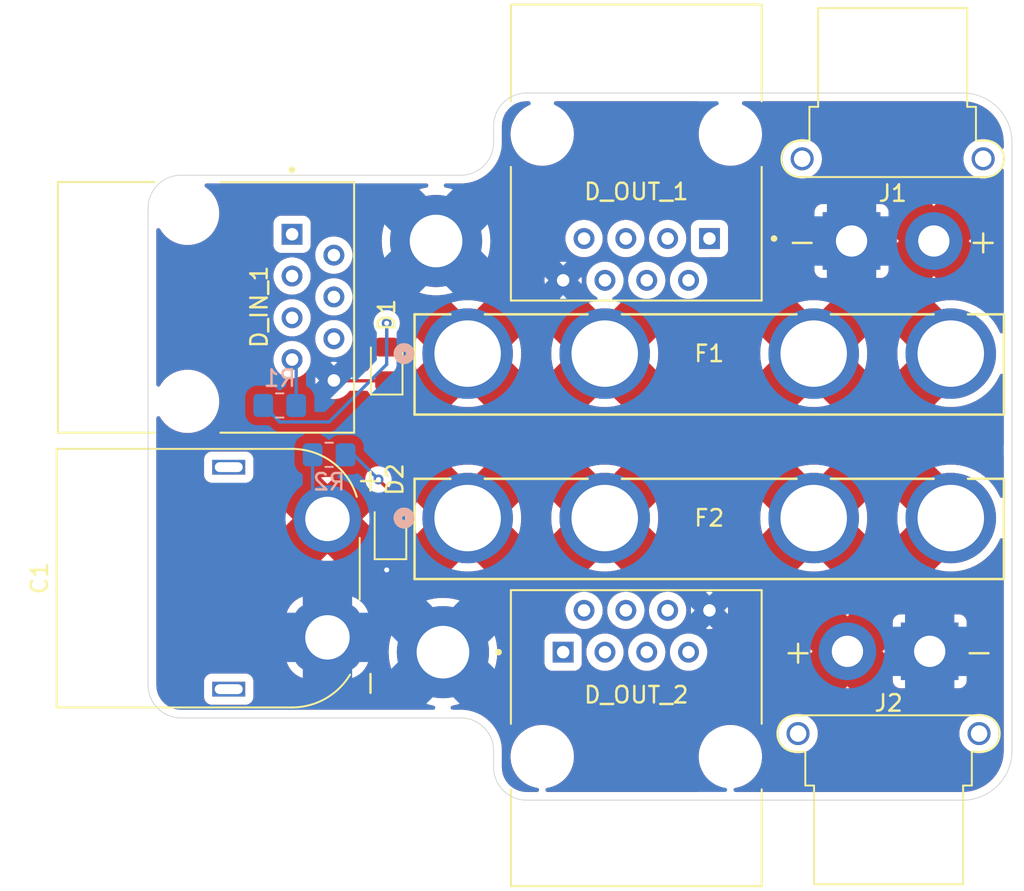
<source format=kicad_pcb>
(kicad_pcb (version 20240108) (generator "pcbnew") (generator_version "8.0")
  (layers (0 "F.Cu" signal) (1 "In1.Cu" signal) (2 "In2.Cu" signal) (31 "B.Cu" signal) (34 "B.Paste" user) (35 "F.Paste" user) (36 "B.SilkS" user "B.Silkscreen") (37 "F.SilkS" user "F.Silkscreen") (38 "B.Mask" user) (39 "F.Mask" user) (44 "Edge.Cuts" user))
  (net 0 "")
  (net 1 "CANL")
  (net 2 "+5V")
  (net 3 "CANH")
  (net 4 "+24V")
  (net 5 "GND")
  (net 6 "Net-(D1-A)")
  (net 7 "Net-(D2-A)")
  (net 20 "Net-(J1-+)")
  (net 21 "Net-(J2-+)")
  (footprint "LED_SMD:LED_0805_2012Metric_Pad1.15x1.40mm_HandSolder" (layer "F.Cu") (at 49.8975 41.87 90)
    (property "Reference" "D1" (at 2.975 0 -90) (layer "F.SilkS"))
    (property "Value" "B")
    (fp_line (start 1 -0.96) (end -1.86 -0.96) (stroke (width 0.12)) (layer "F.SilkS"))
    (fp_line (start -1.86 -0.96) (end -1.86 0.96) (stroke (width 0.12)) (layer "F.SilkS"))
    (fp_line (start -1.86 0.96) (end 1 0.96) (stroke (width 0.12)) (layer "F.SilkS"))
    (pad "1" smd roundrect (at -1.025 0 90) (size 1.15 1.4) (layers "F.Cu" "F.Paste" "F.Mask") (roundrect_rratio 0.217391) (net 5 "GND"))
    (pad "2" smd roundrect (at 1.025 0 90) (size 1.15 1.4) (layers "F.Cu" "F.Paste" "F.Mask") (roundrect_rratio 0.217391) (net 6 "Net-(D1-A)"))
  )
  (footprint "Connector_AMASS:AMASS_XT60PW-M_1x02_P7.20mm_Horizontal" (layer "F.Cu") (at 46.2975 58.495 90)
    (property "Reference" "C1" (at 3.6 -17.5 -90) (layer "F.SilkS"))
    (property "Value" "XT60PW-M")
    (fp_line (start 11.46 -16.46) (end 11.46 -2.15) (stroke (width 0.12)) (layer "F.SilkS"))
    (fp_line (start -4.26 -16.46) (end 11.46 -16.46) (stroke (width 0.12)) (layer "F.SilkS"))
    (fp_line (start -4.26 -16.46) (end -4.26 -2.15) (stroke (width 0.12)) (layer "F.SilkS"))
    (fp_line (start 2.31 1.96) (end 6.05 1.96) (stroke (width 0.12)) (layer "F.SilkS"))
    (fp_arc (start 11.46 -2.15) (mid 10.653852 0.294722) (end 8.551648 1.780413) (stroke (width 0.12)) (layer "F.SilkS"))
    (fp_arc (start -2.266806 1.372958) (mid -3.727162 -0.126139) (end -4.26 -2.15) (stroke (width 0.12)) (layer "F.SilkS"))
    (fp_text user "+" (at 9.5 2.5 -90) (layer "F.SilkS") (effects (font (size 1.5 1.5))))
    (fp_text user "-" (at -2.8 2.5 -90) (layer "F.SilkS") (effects (font (size 1.5 1.5))))
    (pad "" thru_hole rect (at -3.15 -6 90) (size 0.9 2) (drill oval 0.6 1.7) (layers "*.Cu" "*.Mask"))
    (pad "" thru_hole rect (at 10.35 -6 90) (size 0.9 2) (drill oval 0.6 1.7) (layers "*.Cu" "*.Mask"))
    (pad "1" thru_hole roundrect (at 0 0 90) (size 4.1 4.1) (drill 2.7) (layers "*.Cu" "*.Mask") (net 5 "GND"))
    (pad "2" thru_hole circle (at 7.2 0 90) (size 4.1 4.1) (drill 2.7) (layers "*.Cu" "*.Mask") (net 4 "+24V"))
  )
  (footprint "MountingHole:MountingHole_3.2mm_M3_DIN965_Pad_TopBottom" (layer "F.Cu") (at 53.3163 59.395)
    (property "Reference" "H2" (hide yes))
    (property "Value" "MountingHole_Pad")
    (pad "1" thru_hole circle (at 0 0) (size 3.6 3.6) (drill 3.2) (layers "*.Cu" "*.Mask") (net 5 "GND"))
    (pad "1" connect circle (at 0 0) (size 5.6 5.6) (layers "F.Cu" "F.Mask") (net 5 "GND"))
    (pad "1" connect circle (at 0 0) (size 5.6 5.6) (layers "B.Cu" "B.Mask") (net 5 "GND"))
  )
  (footprint "54601-908WPLF:AMPHENOL_54601-908WPLF" (layer "F.Cu") (at 37.7975 38.429 -90)
    (property "Reference" "D_IN_1" (at -0.034 -4.35 90) (layer "F.SilkS"))
    (property "Value" "RJ45")
    (fp_line (start -7.62 7.88) (end 7.62 7.88) (stroke (width 0.127)) (layer "F.SilkS"))
    (fp_line (start -7.62 7.88) (end -7.62 1.995) (stroke (width 0.127)) (layer "F.SilkS"))
    (fp_line (start 7.62 7.88) (end 7.62 1.995) (stroke (width 0.127)) (layer "F.SilkS"))
    (fp_line (start 7.62 -1.995) (end 7.62 -10.12) (stroke (width 0.127)) (layer "F.SilkS"))
    (fp_line (start -7.62 -10.12) (end -7.62 -1.995) (stroke (width 0.127)) (layer "F.SilkS"))
    (fp_line (start 7.62 -10.12) (end -7.62 -10.12) (stroke (width 0.127)) (layer "F.SilkS"))
    (fp_circle (center -8.37 -6.35) (end -8.27 -6.35) (stroke (width 0.2)) (fill none) (layer "F.SilkS"))
    (pad "" np_thru_hole circle (at -5.716 0 270) (size 3.35 3.35) (drill 3.35) (layers "*.Cu" "*.Mask"))
    (pad "" np_thru_hole circle (at 5.716 0 270) (size 3.35 3.35) (drill 3.35) (layers "*.Cu" "*.Mask"))
    (pad "1" thru_hole rect (at -4.445 -6.35 270) (size 1.268 1.268) (drill 0.76) (layers "*.Cu" "*.Mask") (net 3 "CANH"))
    (pad "2" thru_hole circle (at -3.175 -8.89 270) (size 1.268 1.268) (drill 0.76) (layers "*.Cu" "*.Mask") (net 1 "CANL"))
    (pad "3" thru_hole circle (at -1.905 -6.35 270) (size 1.268 1.268) (drill 0.76) (layers "*.Cu" "*.Mask"))
    (pad "4" thru_hole circle (at -0.635 -8.89 270) (size 1.268 1.268) (drill 0.76) (layers "*.Cu" "*.Mask"))
    (pad "5" thru_hole circle (at 0.635 -6.35 270) (size 1.268 1.268) (drill 0.76) (layers "*.Cu" "*.Mask"))
    (pad "6" thru_hole circle (at 1.905 -8.89 270) (size 1.268 1.268) (drill 0.76) (layers "*.Cu" "*.Mask"))
    (pad "7" thru_hole circle (at 3.175 -6.35 270) (size 1.268 1.268) (drill 0.76) (layers "*.Cu" "*.Mask") (net 2 "+5V"))
    (pad "8" thru_hole circle (at 4.445 -8.89 270) (size 1.268 1.268) (drill 0.76) (layers "*.Cu" "*.Mask") (net 5 "GND"))
  )
  (footprint "54601-908WPLF:AMPHENOL_54601-908WPLF" (layer "F.Cu") (at 65.0663 65.745)
    (property "Reference" "D_OUT_2" (at 0 -3.75 0) (layer "F.SilkS"))
    (property "Value" "RJ45")
    (fp_line (start -7.62 -10.12) (end -7.62 -1.995) (stroke (width 0.127)) (layer "F.SilkS"))
    (fp_line (start -7.62 7.88) (end -7.62 1.995) (stroke (width 0.127)) (layer "F.SilkS"))
    (fp_line (start -7.62 7.88) (end 7.62 7.88) (stroke (width 0.127)) (layer "F.SilkS"))
    (fp_line (start 7.62 -10.12) (end -7.62 -10.12) (stroke (width 0.127)) (layer "F.SilkS"))
    (fp_line (start 7.62 -1.995) (end 7.62 -10.12) (stroke (width 0.127)) (layer "F.SilkS"))
    (fp_line (start 7.62 7.88) (end 7.62 1.995) (stroke (width 0.127)) (layer "F.SilkS"))
    (fp_circle (center -8.37 -6.35) (end -8.27 -6.35) (stroke (width 0.2)) (fill none) (layer "F.SilkS"))
    (pad "" np_thru_hole circle (at -5.716 0) (size 3.35 3.35) (drill 3.35) (layers "*.Cu" "*.Mask"))
    (pad "" np_thru_hole circle (at 5.716 0) (size 3.35 3.35) (drill 3.35) (layers "*.Cu" "*.Mask"))
    (pad "1" thru_hole rect (at -4.445 -6.35) (size 1.268 1.268) (drill 0.76) (layers "*.Cu" "*.Mask") (net 3 "CANH"))
    (pad "2" thru_hole circle (at -3.175 -8.89) (size 1.268 1.268) (drill 0.76) (layers "*.Cu" "*.Mask") (net 1 "CANL"))
    (pad "3" thru_hole circle (at -1.905 -6.35) (size 1.268 1.268) (drill 0.76) (layers "*.Cu" "*.Mask"))
    (pad "4" thru_hole circle (at -0.635 -8.89) (size 1.268 1.268) (drill 0.76) (layers "*.Cu" "*.Mask"))
    (pad "5" thru_hole circle (at 0.635 -6.35) (size 1.268 1.268) (drill 0.76) (layers "*.Cu" "*.Mask"))
    (pad "6" thru_hole circle (at 1.905 -8.89) (size 1.268 1.268) (drill 0.76) (layers "*.Cu" "*.Mask"))
    (pad "7" thru_hole circle (at 3.175 -6.35) (size 1.268 1.268) (drill 0.76) (layers "*.Cu" "*.Mask") (net 2 "+5V"))
    (pad "8" thru_hole circle (at 4.445 -8.89) (size 1.268 1.268) (drill 0.76) (layers "*.Cu" "*.Mask") (net 5 "GND"))
  )
  (footprint "54601-908WPLF:AMPHENOL_54601-908WPLF" (layer "F.Cu") (at 65.0663 27.895 180)
    (property "Reference" "D_OUT_1" (at 0 -3.5 180) (layer "F.SilkS"))
    (property "Value" "RJ45")
    (fp_line (start 7.62 7.88) (end 7.62 1.995) (stroke (width 0.127)) (layer "F.SilkS"))
    (fp_line (start 7.62 -1.995) (end 7.62 -10.12) (stroke (width 0.127)) (layer "F.SilkS"))
    (fp_line (start 7.62 -10.12) (end -7.62 -10.12) (stroke (width 0.127)) (layer "F.SilkS"))
    (fp_line (start -7.62 7.88) (end 7.62 7.88) (stroke (width 0.127)) (layer "F.SilkS"))
    (fp_line (start -7.62 7.88) (end -7.62 1.995) (stroke (width 0.127)) (layer "F.SilkS"))
    (fp_line (start -7.62 -10.12) (end -7.62 -1.995) (stroke (width 0.127)) (layer "F.SilkS"))
    (fp_circle (center -8.37 -6.35) (end -8.27 -6.35) (stroke (width 0.2)) (fill none) (layer "F.SilkS"))
    (pad "" np_thru_hole circle (at -5.716 0 180) (size 3.35 3.35) (drill 3.35) (layers "*.Cu" "*.Mask"))
    (pad "" np_thru_hole circle (at 5.716 0 180) (size 3.35 3.35) (drill 3.35) (layers "*.Cu" "*.Mask"))
    (pad "1" thru_hole rect (at -4.445 -6.35 180) (size 1.268 1.268) (drill 0.76) (layers "*.Cu" "*.Mask") (net 3 "CANH"))
    (pad "2" thru_hole circle (at -3.175 -8.89 180) (size 1.268 1.268) (drill 0.76) (layers "*.Cu" "*.Mask") (net 1 "CANL"))
    (pad "3" thru_hole circle (at -1.905 -6.35 180) (size 1.268 1.268) (drill 0.76) (layers "*.Cu" "*.Mask"))
    (pad "4" thru_hole circle (at -0.635 -8.89 180) (size 1.268 1.268) (drill 0.76) (layers "*.Cu" "*.Mask"))
    (pad "5" thru_hole circle (at 0.635 -6.35 180) (size 1.268 1.268) (drill 0.76) (layers "*.Cu" "*.Mask"))
    (pad "6" thru_hole circle (at 1.905 -8.89 180) (size 1.268 1.268) (drill 0.76) (layers "*.Cu" "*.Mask"))
    (pad "7" thru_hole circle (at 3.175 -6.35 180) (size 1.268 1.268) (drill 0.76) (layers "*.Cu" "*.Mask") (net 2 "+5V"))
    (pad "8" thru_hole circle (at 4.445 -8.89 180) (size 1.268 1.268) (drill 0.76) (layers "*.Cu" "*.Mask") (net 5 "GND"))
  )
  (footprint "LED_SMD:LED_0805_2012Metric_Pad1.15x1.40mm_HandSolder" (layer "F.Cu") (at 50.126745 51.883323 90)
    (property "Reference" "D2" (at 2.988323 0.270755 -90) (layer "F.SilkS"))
    (property "Value" "R")
    (fp_line (start 1 -0.96) (end -1.86 -0.96) (stroke (width 0.12)) (layer "F.SilkS"))
    (fp_line (start -1.86 -0.96) (end -1.86 0.96) (stroke (width 0.12)) (layer "F.SilkS"))
    (fp_line (start -1.86 0.96) (end 1 0.96) (stroke (width 0.12)) (layer "F.SilkS"))
    (pad "1" smd roundrect (at -1.025 0 90) (size 1.15 1.4) (layers "F.Cu" "F.Paste" "F.Mask") (roundrect_rratio 0.217391) (net 5 "GND"))
    (pad "2" smd roundrect (at 1.025 0 90) (size 1.15 1.4) (layers "F.Cu" "F.Paste" "F.Mask") (roundrect_rratio 0.217391) (net 7 "Net-(D2-A)"))
  )
  (footprint "Connector_AMASS:AMASS_XT30PW-F_1x02_P2.50mm_Horizontal" (layer "F.Cu") (at 82.8975 59.345 180)
    (property "Reference" "J2" (at 2.5 -3.15 180) (layer "F.SilkS"))
    (property "Value" "XT30PW-F")
    (fp_line (start 7.56 -6.11) (end 8.26 -6.11) (stroke (width 0.12)) (layer "F.SilkS"))
    (fp_line (start 7.56 -8.16) (end 7.56 -6.11) (stroke (width 0.12)) (layer "F.SilkS"))
    (fp_line (start 7.03 -8.16) (end 7.56 -8.16) (stroke (width 0.12)) (layer "F.SilkS"))
    (fp_line (start 7.03 -14.16) (end 7.03 -8.16) (stroke (width 0.12)) (layer "F.SilkS"))
    (fp_line (start -2.03 -14.16) (end 7 -14.16) (stroke (width 0.12)) (layer "F.SilkS"))
    (fp_line (start -2.03 -14.16) (end -2.03 -8.16) (stroke (width 0.12)) (layer "F.SilkS"))
    (fp_line (start -2.56 -8.16) (end -2.03 -8.16) (stroke (width 0.12)) (layer "F.SilkS"))
    (fp_line (start -2.56 -8.16) (end -2.56 -6.11) (stroke (width 0.12)) (layer "F.SilkS"))
    (fp_line (start -3.26 -3.89) (end 8.26 -3.89) (stroke (width 0.12)) (layer "F.SilkS"))
    (fp_line (start -3.26 -6.11) (end -2.56 -6.11) (stroke (width 0.12)) (layer "F.SilkS"))
    (fp_arc (start 8.15 -6.11) (mid 9.26 -5) (end 8.15 -3.89) (stroke (width 0.12)) (layer "F.SilkS"))
    (fp_arc (start -3.321729 -3.903365) (mid -4.256653 -5.086124) (end -3.15 -6.11) (stroke (width 0.12)) (layer "F.SilkS"))
    (fp_text user "-" (at -3 0 180) (layer "F.SilkS") (effects (font (size 1.5 1.5))))
    (fp_text user "+" (at 8 0 180) (layer "F.SilkS") (effects (font (size 1.5 1.5))))
    (pad "" thru_hole circle (at -3 -5 270) (size 1.4 1.4) (drill 1) (layers "*.Cu" "*.Mask"))
    (pad "" thru_hole circle (at 8 -5 180) (size 1.4 1.4) (drill 1) (layers "*.Cu" "*.Mask"))
    (pad "1" thru_hole rect (at 0 0 180) (size 3.5 3.5) (drill 1.9) (layers "*.Cu" "*.Mask") (net 5 "GND"))
    (pad "2" thru_hole circle (at 5 0 180) (size 3.5 3.5) (drill 1.9) (layers "*.Cu" "*.Mask") (net 21 "Net-(J2-+)"))
  )
  (footprint "Connector_AMASS:AMASS_XT30PW-F_1x02_P2.50mm_Horizontal" (layer "F.Cu") (at 78.1475 34.395)
    (property "Reference" "J1" (at 2.5 -2.9 0) (layer "F.SilkS"))
    (property "Value" "XT30PW-F")
    (fp_line (start -3.26 -6.11) (end -2.56 -6.11) (stroke (width 0.12)) (layer "F.SilkS"))
    (fp_line (start -3.26 -3.89) (end 8.26 -3.89) (stroke (width 0.12)) (layer "F.SilkS"))
    (fp_line (start -2.56 -8.16) (end -2.56 -6.11) (stroke (width 0.12)) (layer "F.SilkS"))
    (fp_line (start -2.56 -8.16) (end -2.03 -8.16) (stroke (width 0.12)) (layer "F.SilkS"))
    (fp_line (start -2.03 -14.16) (end -2.03 -8.16) (stroke (width 0.12)) (layer "F.SilkS"))
    (fp_line (start -2.03 -14.16) (end 7 -14.16) (stroke (width 0.12)) (layer "F.SilkS"))
    (fp_line (start 7.03 -14.16) (end 7.03 -8.16) (stroke (width 0.12)) (layer "F.SilkS"))
    (fp_line (start 7.03 -8.16) (end 7.56 -8.16) (stroke (width 0.12)) (layer "F.SilkS"))
    (fp_line (start 7.56 -8.16) (end 7.56 -6.11) (stroke (width 0.12)) (layer "F.SilkS"))
    (fp_line (start 7.56 -6.11) (end 8.26 -6.11) (stroke (width 0.12)) (layer "F.SilkS"))
    (fp_arc (start -3.321729 -3.903365) (mid -4.256653 -5.086124) (end -3.15 -6.11) (stroke (width 0.12)) (layer "F.SilkS"))
    (fp_arc (start 8.15 -6.11) (mid 9.26 -5) (end 8.15 -3.89) (stroke (width 0.12)) (layer "F.SilkS"))
    (fp_text user "-" (at -3 0 0) (layer "F.SilkS") (effects (font (size 1.5 1.5))))
    (fp_text user "+" (at 8 0 0) (layer "F.SilkS") (effects (font (size 1.5 1.5))))
    (pad "" thru_hole circle (at -3 -5 90) (size 1.4 1.4) (drill 1) (layers "*.Cu" "*.Mask"))
    (pad "" thru_hole circle (at 8 -5) (size 1.4 1.4) (drill 1) (layers "*.Cu" "*.Mask"))
    (pad "1" thru_hole rect (at 0 0) (size 3.5 3.5) (drill 1.9) (layers "*.Cu" "*.Mask") (net 5 "GND"))
    (pad "2" thru_hole circle (at 5 0) (size 3.5 3.5) (drill 1.9) (layers "*.Cu" "*.Mask") (net 20 "Net-(J1-+)"))
  )
  (footprint "3555-2:3555-2_KEY" (layer "F.Cu") (at 54.8163 41.24095)
    (property "Reference" "F1" (at 14.6812 0 0) (layer "F.SilkS"))
    (property "Value" "3555-2")
    (fp_circle (center -3.8608 0) (end -3.4798 0) (stroke (width 0.508)) (fill none) (layer "B.SilkS"))
    (fp_line (start -3.2258 -2.3876) (end -3.2258 3.7084) (stroke (width 0.1524)) (layer "F.SilkS"))
    (fp_line (start -3.2258 3.7084) (end 32.5882 3.7084) (stroke (width 0.1524)) (layer "F.SilkS"))
    (fp_line (start -1.044419 -2.3876) (end -3.2258 -2.3876) (stroke (width 0.1524)) (layer "F.SilkS"))
    (fp_line (start 7.286781 -2.3876) (end 1.044419 -2.3876) (stroke (width 0.1524)) (layer "F.SilkS"))
    (fp_line (start 19.986781 -2.3876) (end 9.375619 -2.3876) (stroke (width 0.1524)) (layer "F.SilkS"))
    (fp_line (start 28.317981 -2.3876) (end 22.075619 -2.3876) (stroke (width 0.1524)) (layer "F.SilkS"))
    (fp_line (start 32.5882 -2.3876) (end 30.406819 -2.3876) (stroke (width 0.1524)) (layer "F.SilkS"))
    (fp_line (start 32.5882 3.7084) (end 32.5882 -2.3876) (stroke (width 0.1524)) (layer "F.SilkS"))
    (fp_circle (center -3.8608 0) (end -3.4798 0) (stroke (width 0.508)) (fill none) (layer "F.SilkS"))
    (pad "1" thru_hole circle (at 0 0) (size 5.5 4.5466) (drill 4.0386) (layers "*.Cu" "*.Mask") (net 4 "+24V"))
    (pad "2" thru_hole circle (at 8.3312 0) (size 5.5 4.5466) (drill 4.0386) (layers "*.Cu" "*.Mask") (net 4 "+24V"))
    (pad "3" thru_hole circle (at 29.3624 0) (size 5.5 4.5466) (drill 4.0386) (layers "*.Cu" "*.Mask") (net 20 "Net-(J1-+)"))
    (pad "4" thru_hole circle (at 21.0312 0) (size 5.5 4.5466) (drill 4.0386) (layers "*.Cu" "*.Mask") (net 20 "Net-(J1-+)"))
  )
  (footprint "MountingHole:MountingHole_3.2mm_M3_DIN965_Pad_TopBottom" (layer "F.Cu") (at 52.8975 34.395)
    (property "Reference" "H1" (hide yes))
    (property "Value" "MountingHole_Pad")
    (pad "1" thru_hole circle (at 0 0) (size 3.6 3.6) (drill 3.2) (layers "*.Cu" "*.Mask") (net 5 "GND"))
    (pad "1" connect circle (at 0 0) (size 5.6 5.6) (layers "F.Cu" "F.Mask") (net 5 "GND"))
    (pad "1" connect circle (at 0 0) (size 5.6 5.6) (layers "B.Cu" "B.Mask") (net 5 "GND"))
  )
  (footprint "3555-2:3555-2_KEY" (layer "F.Cu") (at 54.8163 51.24095)
    (property "Reference" "F2" (at 14.6812 0 0) (layer "F.SilkS"))
    (property "Value" "3555-2")
    (fp_circle (center -3.8608 0) (end -3.4798 0) (stroke (width 0.508)) (fill none) (layer "B.SilkS"))
    (fp_line (start -3.2258 -2.3876) (end -3.2258 3.7084) (stroke (width 0.1524)) (layer "F.SilkS"))
    (fp_line (start -3.2258 3.7084) (end 32.5882 3.7084) (stroke (width 0.1524)) (layer "F.SilkS"))
    (fp_line (start -1.044419 -2.3876) (end -3.2258 -2.3876) (stroke (width 0.1524)) (layer "F.SilkS"))
    (fp_line (start 7.286781 -2.3876) (end 1.044419 -2.3876) (stroke (width 0.1524)) (layer "F.SilkS"))
    (fp_line (start 19.986781 -2.3876) (end 9.375619 -2.3876) (stroke (width 0.1524)) (layer "F.SilkS"))
    (fp_line (start 28.317981 -2.3876) (end 22.075619 -2.3876) (stroke (width 0.1524)) (layer "F.SilkS"))
    (fp_line (start 32.5882 -2.3876) (end 30.406819 -2.3876) (stroke (width 0.1524)) (layer "F.SilkS"))
    (fp_line (start 32.5882 3.7084) (end 32.5882 -2.3876) (stroke (width 0.1524)) (layer "F.SilkS"))
    (fp_circle (center -3.8608 0) (end -3.4798 0) (stroke (width 0.508)) (fill none) (layer "F.SilkS"))
    (pad "1" thru_hole circle (at 0 0) (size 5.5 4.5466) (drill 4.0386) (layers "*.Cu" "*.Mask") (net 4 "+24V"))
    (pad "2" thru_hole circle (at 8.3312 0) (size 5.5 4.5466) (drill 4.0386) (layers "*.Cu" "*.Mask") (net 4 "+24V"))
    (pad "3" thru_hole circle (at 29.3624 0) (size 5.5 4.5466) (drill 4.0386) (layers "*.Cu" "*.Mask") (net 21 "Net-(J2-+)"))
    (pad "4" thru_hole circle (at 21.0312 0) (size 5.5 4.5466) (drill 4.0386) (layers "*.Cu" "*.Mask") (net 21 "Net-(J2-+)"))
  )
  (footprint "Resistor_SMD:R_0805_2012Metric_Pad1.20x1.40mm_HandSolder" (layer "B.Cu") (at 46.3975 47.395)
    (property "Reference" "R2" (at 0 1.65 0) (layer "B.SilkS") (effects (justify mirror)))
    (property "Value" "10k")
    (fp_line (start 0.227064 -0.735) (end -0.227064 -0.735) (stroke (width 0.12)) (layer "B.SilkS"))
    (fp_line (start 0.227064 0.735) (end -0.227064 0.735) (stroke (width 0.12)) (layer "B.SilkS"))
    (pad "1" smd roundrect (at -1 0) (size 1.2 1.4) (layers "B.Cu" "B.Paste" "B.Mask") (roundrect_rratio 0.208333) (net 4 "+24V"))
    (pad "2" smd roundrect (at 1 0) (size 1.2 1.4) (layers "B.Cu" "B.Paste" "B.Mask") (roundrect_rratio 0.208333) (net 7 "Net-(D2-A)"))
  )
  (footprint "Resistor_SMD:R_0805_2012Metric_Pad1.20x1.40mm_HandSolder" (layer "B.Cu") (at 43.3975 44.395 180)
    (property "Reference" "R1" (at 0 1.65 180) (layer "B.SilkS") (effects (justify mirror)))
    (property "Value" "10k")
    (fp_line (start 0.227064 0.735) (end -0.227064 0.735) (stroke (width 0.12)) (layer "B.SilkS"))
    (fp_line (start 0.227064 -0.735) (end -0.227064 -0.735) (stroke (width 0.12)) (layer "B.SilkS"))
    (pad "1" smd roundrect (at -1 0 180) (size 1.2 1.4) (layers "B.Cu" "B.Paste" "B.Mask") (roundrect_rratio 0.208333) (net 2 "+5V"))
    (pad "2" smd roundrect (at 1 0 180) (size 1.2 1.4) (layers "B.Cu" "B.Paste" "B.Mask") (roundrect_rratio 0.208333) (net 6 "Net-(D1-A)"))
  )
  (gr_line (start 35.3975 61.395) (end 35.3975 46.895) (stroke (width 0.05)) (layer "Edge.Cuts"))
  (gr_line (start 56.3975 27.395) (end 56.3975 28.395) (stroke (width 0.05)) (layer "Edge.Cuts"))
  (gr_line (start 56.3975 65.395) (end 56.3975 66.395) (stroke (width 0.05)) (layer "Edge.Cuts"))
  (gr_arc (start 56.3975 28.395) (mid 55.811714 29.809214) (end 54.3975 30.395) (stroke (width 0.05)) (layer "Edge.Cuts"))
  (gr_arc (start 58.3975 68.395) (mid 56.983286 67.809214) (end 56.3975 66.395) (stroke (width 0.05)) (layer "Edge.Cuts"))
  (gr_arc (start 87.8975 65.395) (mid 87.01882 67.51632) (end 84.8975 68.395) (stroke (width 0.05)) (layer "Edge.Cuts"))
  (gr_line (start 58.3975 68.395) (end 84.8975 68.395) (stroke (width 0.05)) (layer "Edge.Cuts"))
  (gr_line (start 37.3975 63.395) (end 54.3975 63.395) (stroke (width 0.05)) (layer "Edge.Cuts"))
  (gr_line (start 87.8975 46.895) (end 87.8975 65.395) (stroke (width 0.05)) (layer "Edge.Cuts"))
  (gr_line (start 87.8975 46.895) (end 87.8975 28.395) (stroke (width 0.05)) (layer "Edge.Cuts"))
  (gr_line (start 37.3975 30.395) (end 54.3975 30.395) (stroke (width 0.05)) (layer "Edge.Cuts"))
  (gr_line (start 58.3975 25.395) (end 84.8975 25.395) (stroke (width 0.05)) (layer "Edge.Cuts"))
  (gr_arc (start 35.3975 32.395) (mid 35.983286 30.980786) (end 37.3975 30.395) (stroke (width 0.05)) (layer "Edge.Cuts"))
  (gr_arc (start 37.3975 63.395) (mid 35.983286 62.809214) (end 35.3975 61.395) (stroke (width 0.05)) (layer "Edge.Cuts"))
  (gr_arc (start 56.3975 27.395) (mid 56.983286 25.980786) (end 58.3975 25.395) (stroke (width 0.05)) (layer "Edge.Cuts"))
  (gr_arc (start 84.8975 25.395) (mid 87.01882 26.27368) (end 87.8975 28.395) (stroke (width 0.05)) (layer "Edge.Cuts"))
  (gr_arc (start 54.3975 63.395) (mid 55.811714 63.980786) (end 56.3975 65.395) (stroke (width 0.05)) (layer "Edge.Cuts"))
  (gr_line (start 35.3975 32.395) (end 35.3975 46.895) (stroke (width 0.05)) (layer "Edge.Cuts"))
  (segment (start 44.3975 44.395) (end 44.3975 41.854) (width 0.2) (layer "B.Cu") (net 2))
  (segment (start 44.3975 41.854) (end 44.1475 41.604) (width 0.2) (layer "B.Cu") (net 2))
  (segment (start 45.3975 50.395) (end 46.2975 51.295) (width 0.2) (layer "B.Cu") (net 4))
  (segment (start 45.3975 47.395) (end 45.3975 50.395) (width 0.2) (layer "B.Cu") (net 4))
  (segment (start 50.126745 52.908323) (end 50.126745 54.165755) (width 0.2) (layer "F.Cu") (net 5))
  (segment (start 50.126745 54.165755) (end 49.8975 54.395) (width 0.2) (layer "F.Cu") (net 5))
  (segment (start 49.8975 42.895) (end 46.7085 42.895) (width 0.2) (layer "F.Cu") (net 5))
  (segment (start 46.7085 42.895) (end 46.6875 42.874) (width 0.2) (layer "F.Cu") (net 5))
  (via (at 49.8975 54.395) (size 0.6) (drill 0.3) (layers "F.Cu" "B.Cu") (net 5))
  (segment (start 49.8975 39.395) (end 49.8975 40.845) (width 0.2) (layer "F.Cu") (net 6))
  (via (at 49.8975 39.395) (size 0.6) (drill 0.3) (layers "F.Cu" "B.Cu") (net 6))
  (segment (start 49.8975 41.895) (end 49.8975 39.395) (width 0.2) (layer "B.Cu") (net 6))
  (segment (start 46.3975 45.395) (end 49.8975 41.895) (width 0.2) (layer "B.Cu") (net 6))
  (segment (start 42.3975 44.395) (end 43.3975 45.395) (width 0.2) (layer "B.Cu") (net 6))
  (segment (start 43.3975 45.395) (end 46.3975 45.395) (width 0.2) (layer "B.Cu") (net 6))
  (segment (start 50.126745 49.624245) (end 49.3975 48.895) (width 0.2) (layer "F.Cu") (net 7))
  (segment (start 50.126745 50.858323) (end 50.126745 49.624245) (width 0.2) (layer "F.Cu") (net 7))
  (via (at 49.3975 48.895) (size 0.6) (drill 0.3) (layers "F.Cu" "B.Cu") (net 7))
  (segment (start 47.8975 47.395) (end 47.3975 47.395) (width 0.2) (layer "B.Cu") (net 7))
  (segment (start 49.3975 48.895) (end 47.8975 47.395) (width 0.2) (layer "B.Cu") (net 7))
  (zone (net 21) (net_name "Net-(J2-+)") (layer "F.Cu") (priority 1) (connect_pads (clearance 0.5)) (min_thickness 0.25) (fill yes (thermal_gap 0.5) (thermal_bridge_width 3))
    (polygon (pts (xy 69.3975 46.895) (xy 87.8975 46.895) (xy 87.8975 68.395) (xy 69.3975 68.395)))
  )
  (zone (net 4) (net_name "+24V") (layer "F.Cu") (connect_pads (clearance 0.5)) (min_thickness 0.25) (fill yes (thermal_gap 0.5) (thermal_bridge_width 3))
    (polygon (pts (xy 35.3975 30.395) (xy 54.3975 30.395) (xy 54.3975 25.395) (xy 69.3975 25.395) (xy 69.3975 68.395) (xy 54.3975 68.395) (xy 54.3975 63.395) (xy 35.3975 63.395)))
  )
  (zone (net 20) (net_name "Net-(J1-+)") (layer "F.Cu") (priority 1) (connect_pads (clearance 0.5)) (min_thickness 0.25) (fill yes (thermal_gap 0.5) (thermal_bridge_width 3))
    (polygon (pts (xy 69.3975 25.395) (xy 87.8975 25.395) (xy 87.8975 46.895) (xy 69.3975 46.895)))
  )
  (zone (net 5) (net_name "GND") (layer "B.Cu") (connect_pads (clearance 0.5)) (min_thickness 0.25) (fill yes (thermal_gap 0.5) (thermal_bridge_width 3))
    (polygon (pts (xy 35.3975 30.395) (xy 54.3975 30.395) (xy 54.3975 25.395) (xy 87.8975 25.395) (xy 87.8975 68.395) (xy 54.3975 68.395) (xy 54.3975 63.395) (xy 35.3975 63.395)))
  )
)
</source>
